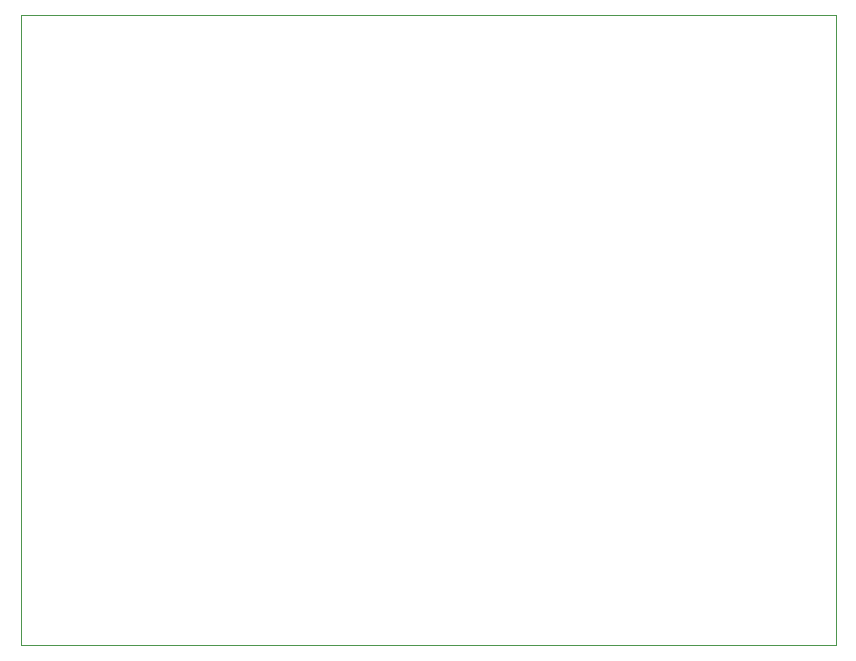
<source format=gbr>
%TF.GenerationSoftware,KiCad,Pcbnew,(5.1.6)-1*%
%TF.CreationDate,2022-10-11T10:20:53-04:00*%
%TF.ProjectId,AP420-renewed,41503432-302d-4726-956e-657765642e6b,rev?*%
%TF.SameCoordinates,Original*%
%TF.FileFunction,Profile,NP*%
%FSLAX46Y46*%
G04 Gerber Fmt 4.6, Leading zero omitted, Abs format (unit mm)*
G04 Created by KiCad (PCBNEW (5.1.6)-1) date 2022-10-11 10:20:53*
%MOMM*%
%LPD*%
G01*
G04 APERTURE LIST*
%TA.AperFunction,Profile*%
%ADD10C,0.050000*%
%TD*%
G04 APERTURE END LIST*
D10*
X228400000Y-56400000D02*
X159400000Y-56400000D01*
X159400000Y-109700000D02*
X159400000Y-56400000D01*
X228400000Y-109700000D02*
X159400000Y-109700000D01*
X228400000Y-56400000D02*
X228400000Y-109700000D01*
M02*

</source>
